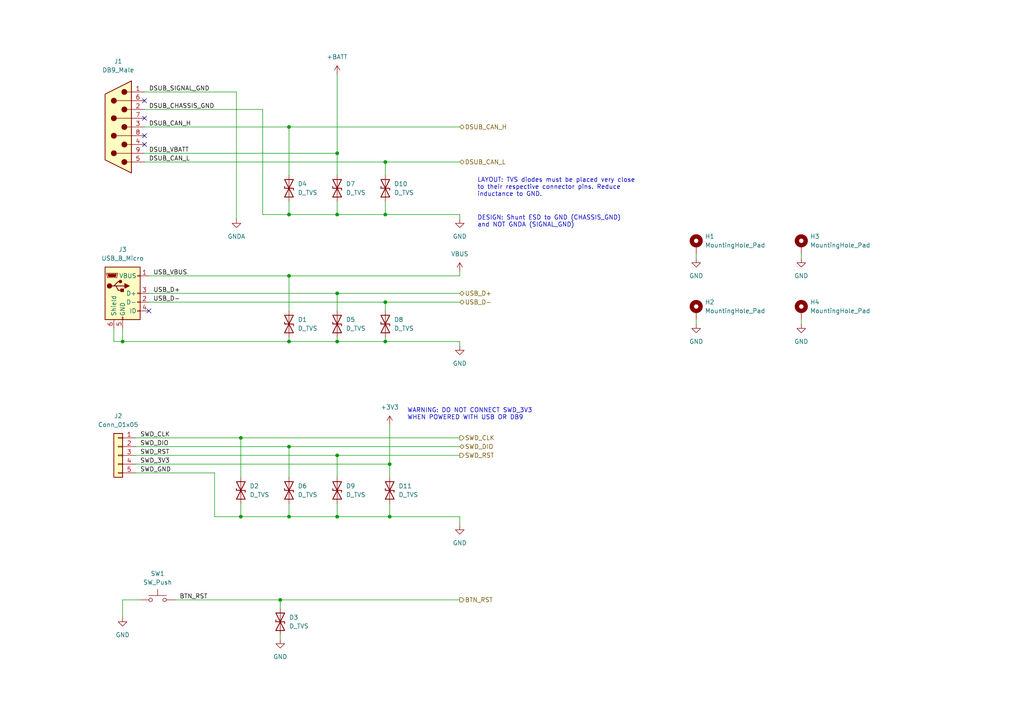
<source format=kicad_sch>
(kicad_sch (version 20211123) (generator eeschema)
  (paper "A4")
  (title_block (title "Car Logger") (date "2024-02-18") (rev "v1") (company "Johnny Cao"))
  (lib_symbols
    (symbol "Connector:DB9_Male" (pin_names (offset 1.016) hide)
      (property "Reference" "J" (at 0 13.97 0))
      (property "Value" "DB9_Male" (at 0 -14.605 0))
      (symbol "DB9_Male_0_1"
        (circle (center -1.778 -10.16) (radius 0.762) (fill (type outline)))
        (circle (center -1.778 -5.08) (radius 0.762) (fill (type outline)))
        (circle (center -1.778 0) (radius 0.762) (fill (type outline)))
        (circle (center -1.778 5.08) (radius 0.762) (fill (type outline)))
        (circle (center -1.778 10.16) (radius 0.762) (fill (type outline)))
        (polyline (pts (xy -3.81 -10.16) (xy -2.54 -10.16)))
        (polyline (pts (xy -3.81 -7.62) (xy 0.508 -7.62)))
        (polyline (pts (xy -3.81 -5.08) (xy -2.54 -5.08)))
        (polyline (pts (xy -3.81 -2.54) (xy 0.508 -2.54)))
        (polyline (pts (xy -3.81 0) (xy -2.54 0)))
        (polyline (pts (xy -3.81 2.54) (xy 0.508 2.54)))
        (polyline (pts (xy -3.81 5.08) (xy -2.54 5.08)))
        (polyline (pts (xy -3.81 7.62) (xy 0.508 7.62)))
        (polyline (pts (xy -3.81 10.16) (xy -2.54 10.16)))
        (polyline (pts (xy -3.81 -13.335) (xy -3.81 13.335) (xy 3.81 9.525) (xy 3.81 -9.525) (xy -3.81 -13.335)) (stroke (width 0.254)) (fill (type background)))
        (circle (center 1.27 -7.62) (radius 0.762) (fill (type outline)))
        (circle (center 1.27 -2.54) (radius 0.762) (fill (type outline)))
        (circle (center 1.27 2.54) (radius 0.762) (fill (type outline)))
        (circle (center 1.27 7.62) (radius 0.762) (fill (type outline)))
      )
      (symbol "DB9_Male_1_1"
        (pin passive line (at -7.62 -10.16 0) (length 3.81) (name "1") (number "1"))
        (pin passive line (at -7.62 -5.08 0) (length 3.81) (name "2") (number "2"))
        (pin passive line (at -7.62 0 0) (length 3.81) (name "3") (number "3"))
        (pin passive line (at -7.62 5.08 0) (length 3.81) (name "4") (number "4"))
        (pin passive line (at -7.62 10.16 0) (length 3.81) (name "5") (number "5"))
        (pin passive line (at -7.62 -7.62 0) (length 3.81) (name "6") (number "6"))
        (pin passive line (at -7.62 -2.54 0) (length 3.81) (name "7") (number "7"))
        (pin passive line (at -7.62 2.54 0) (length 3.81) (name "8") (number "8"))
        (pin passive line (at -7.62 7.62 0) (length 3.81) (name "9") (number "9"))
      )
    )
    (symbol "Connector:USB_B_Micro" (pin_names (offset 1.016))
      (property "Reference" "J" (at -5.08 11.43 0))
      (property "Value" "USB_B_Micro" (at -5.08 8.89 0))
      (symbol "USB_B_Micro_0_1"
        (rectangle (start -5.08 -7.62) (end 5.08 7.62) (stroke (width 0.254)) (fill (type background)))
        (circle (center -3.81 2.159) (radius 0.635) (stroke (width 0.254)) (fill (type outline)))
        (circle (center -0.635 3.429) (radius 0.381) (stroke (width 0.254)) (fill (type outline)))
        (rectangle (start -0.127 -7.62) (end 0.127 -6.858))
        (polyline (pts (xy -1.905 2.159) (xy 0.635 2.159)) (stroke (width 0.254)))
        (polyline (pts (xy -3.175 2.159) (xy -2.54 2.159) (xy -1.27 3.429) (xy -0.635 3.429)) (stroke (width 0.254)))
        (polyline (pts (xy -2.54 2.159) (xy -1.905 2.159) (xy -1.27 0.889) (xy 0 0.889)) (stroke (width 0.254)))
        (polyline (pts (xy 0.635 2.794) (xy 0.635 1.524) (xy 1.905 2.159) (xy 0.635 2.794)) (stroke (width 0.254)) (fill (type outline)))
        (polyline (pts (xy -4.318 5.588) (xy -1.778 5.588) (xy -2.032 4.826) (xy -4.064 4.826) (xy -4.318 5.588)) (fill (type outline)))
        (polyline (pts (xy -4.699 5.842) (xy -4.699 5.588) (xy -4.445 4.826) (xy -4.445 4.572) (xy -1.651 4.572) (xy -1.651 4.826) (xy -1.397 5.588) (xy -1.397 5.842) (xy -4.699 5.842)))
        (rectangle (start 0.254 1.27) (end -0.508 0.508) (stroke (width 0.254)) (fill (type outline)))
        (rectangle (start 5.08 -5.207) (end 4.318 -4.953))
        (rectangle (start 5.08 -2.667) (end 4.318 -2.413))
        (rectangle (start 5.08 -0.127) (end 4.318 0.127))
        (rectangle (start 5.08 4.953) (end 4.318 5.207))
      )
      (symbol "USB_B_Micro_1_1"
        (pin power_out line (at 7.62 5.08 180) (length 2.54) (name "VBUS") (number "1"))
        (pin bidirectional line (at 7.62 -2.54 180) (length 2.54) (name "D-") (number "2"))
        (pin bidirectional line (at 7.62 0 180) (length 2.54) (name "D+") (number "3"))
        (pin passive line (at 7.62 -5.08 180) (length 2.54) (name "ID") (number "4"))
        (pin power_out line (at 0 -10.16 90) (length 2.54) (name "GND") (number "5"))
        (pin passive line (at -2.54 -10.16 90) (length 2.54) (name "Shield") (number "6"))
      )
    )
    (symbol "Connector_Generic:Conn_01x05" (pin_names (offset 1.016) hide)
      (property "Reference" "J" (at 0 7.62 0))
      (property "Value" "Conn_01x05" (at 0 -7.62 0))
      (symbol "Conn_01x05_1_1"
        (rectangle (start -1.27 -4.953) (end 0 -5.207) (stroke (width 0.1524)))
        (rectangle (start -1.27 -2.413) (end 0 -2.667) (stroke (width 0.1524)))
        (rectangle (start -1.27 0.127) (end 0 -0.127) (stroke (width 0.1524)))
        (rectangle (start -1.27 2.667) (end 0 2.413) (stroke (width 0.1524)))
        (rectangle (start -1.27 5.207) (end 0 4.953) (stroke (width 0.1524)))
        (rectangle (start -1.27 6.35) (end 1.27 -6.35) (stroke (width 0.254)) (fill (type background)))
        (pin passive line (at -5.08 5.08 0) (length 3.81) (name "Pin_1") (number "1"))
        (pin passive line (at -5.08 2.54 0) (length 3.81) (name "Pin_2") (number "2"))
        (pin passive line (at -5.08 0 0) (length 3.81) (name "Pin_3") (number "3"))
        (pin passive line (at -5.08 -2.54 0) (length 3.81) (name "Pin_4") (number "4"))
        (pin passive line (at -5.08 -5.08 0) (length 3.81) (name "Pin_5") (number "5"))
      )
    )
    (symbol "Device:D_TVS" (pin_numbers hide) (pin_names (offset 1.016) hide)
      (property "Reference" "D" (at 0 2.54 0))
      (property "Value" "D_TVS" (at 0 -2.54 0))
      (symbol "D_TVS_0_1"
        (polyline (pts (xy 1.27 0) (xy -1.27 0)))
        (polyline (pts (xy 0.508 1.27) (xy 0 1.27) (xy 0 -1.27) (xy -0.508 -1.27)) (stroke (width 0.254)))
        (polyline (pts (xy -2.54 1.27) (xy -2.54 -1.27) (xy 2.54 1.27) (xy 2.54 -1.27) (xy -2.54 1.27)) (stroke (width 0.254)))
      )
      (symbol "D_TVS_1_1"
        (pin passive line (at -3.81 0 0) (length 2.54) (name "A1") (number "1"))
        (pin passive line (at 3.81 0 180) (length 2.54) (name "A2") (number "2"))
      )
    )
    (symbol "Mechanical:MountingHole_Pad" (pin_numbers hide) (pin_names (offset 1.016) hide)
      (property "Reference" "H" (at 0 6.35 0))
      (property "Value" "MountingHole_Pad" (at 0 4.445 0))
      (symbol "MountingHole_Pad_0_1"
        (circle (center 0 1.27) (radius 1.27) (stroke (width 1.27)))
      )
      (symbol "MountingHole_Pad_1_1"
        (pin input line (at 0 -2.54 90) (length 2.54) (name "1") (number "1"))
      )
    )
    (symbol "Switch:SW_Push" (pin_numbers hide) (pin_names (offset 1.016) hide)
      (property "Reference" "SW" (at 1.27 2.54 0))
      (property "Value" "SW_Push" (at 0 -1.524 0))
      (symbol "SW_Push_0_1"
        (circle (center -2.032 0) (radius 0.508))
        (polyline (pts (xy 0 1.27) (xy 0 3.048)))
        (polyline (pts (xy 2.54 1.27) (xy -2.54 1.27)))
        (circle (center 2.032 0) (radius 0.508))
        (pin passive line (at -5.08 0 0) (length 2.54) (name "1") (number "1"))
        (pin passive line (at 5.08 0 180) (length 2.54) (name "2") (number "2"))
      )
    )
    (symbol "power:+3V3" (power) (pin_names (offset 0))
      (property "Value" "+3V3" (at 0 3.556 0))
      (symbol "+3V3_0_1"
        (polyline (pts (xy -0.762 1.27) (xy 0 2.54)))
        (polyline (pts (xy 0 0) (xy 0 2.54)))
        (polyline (pts (xy 0 2.54) (xy 0.762 1.27)))
      )
      (symbol "+3V3_1_1"
        (pin power_in line (at 0 0 90) (length 0) hide (name "+3V3") (number "1"))
      )
    )
    (symbol "power:+BATT" (power) (pin_names (offset 0))
      (property "Value" "+BATT" (at 0 3.556 0))
      (symbol "+BATT_0_1"
        (polyline (pts (xy -0.762 1.27) (xy 0 2.54)))
        (polyline (pts (xy 0 0) (xy 0 2.54)))
        (polyline (pts (xy 0 2.54) (xy 0.762 1.27)))
      )
      (symbol "+BATT_1_1"
        (pin power_in line (at 0 0 90) (length 0) hide (name "+BATT") (number "1"))
      )
    )
    (symbol "power:GND" (power) (pin_names (offset 0))
      (property "Value" "GND" (at 0 -3.81 0))
      (symbol "GND_0_1"
        (polyline (pts (xy 0 0) (xy 0 -1.27) (xy 1.27 -1.27) (xy 0 -2.54) (xy -1.27 -1.27) (xy 0 -1.27)))
      )
      (symbol "GND_1_1"
        (pin power_in line (at 0 0 270) (length 0) hide (name "GND") (number "1"))
      )
    )
    (symbol "power:GNDA" (power) (pin_names (offset 0))
      (property "Value" "GNDA" (at 0 -3.81 0))
      (symbol "GNDA_0_1"
        (polyline (pts (xy 0 0) (xy 0 -1.27) (xy 1.27 -1.27) (xy 0 -2.54) (xy -1.27 -1.27) (xy 0 -1.27)))
      )
      (symbol "GNDA_1_1"
        (pin power_in line (at 0 0 270) (length 0) hide (name "GNDA") (number "1"))
      )
    )
    (symbol "power:VBUS" (power) (pin_names (offset 0))
      (property "Value" "VBUS" (at 0 3.81 0))
      (symbol "VBUS_0_1"
        (polyline (pts (xy -0.762 1.27) (xy 0 2.54)))
        (polyline (pts (xy 0 0) (xy 0 2.54)))
        (polyline (pts (xy 0 2.54) (xy 0.762 1.27)))
      )
      (symbol "VBUS_1_1"
        (pin power_in line (at 0 0 90) (length 0) hide (name "VBUS") (number "1"))
      )
    )
  )
  (junction (at 97.79 62.23))
  (junction (at 111.76 46.99))
  (junction (at 83.82 99.06))
  (junction (at 83.82 36.83))
  (junction (at 83.82 62.23))
  (junction (at 83.82 129.54))
  (junction (at 83.82 149.86))
  (junction (at 97.79 149.86))
  (junction (at 111.76 62.23))
  (junction (at 97.79 132.08))
  (junction (at 69.85 149.86))
  (junction (at 97.79 44.45))
  (junction (at 113.03 149.86))
  (junction (at 69.85 127))
  (junction (at 35.56 99.06))
  (junction (at 111.76 87.63))
  (junction (at 83.82 80.01))
  (junction (at 113.03 134.62))
  (junction (at 81.28 173.99))
  (junction (at 111.76 99.06))
  (junction (at 97.79 99.06))
  (junction (at 97.79 85.09))
  (no_connect (at 41.91 39.37))
  (no_connect (at 43.18 90.17))
  (no_connect (at 41.91 41.91))
  (no_connect (at 41.91 29.21))
  (no_connect (at 41.91 34.29))
  (wire (pts (xy 111.76 46.99) (xy 111.76 50.8)))
  (wire (pts (xy 97.79 85.09) (xy 97.79 90.17)))
  (wire (pts (xy 81.28 173.99) (xy 81.28 176.53)))
  (wire (pts (xy 83.82 80.01) (xy 83.82 90.17)))
  (wire (pts (xy 97.79 85.09) (xy 133.35 85.09)))
  (wire (pts (xy 39.37 129.54) (xy 83.82 129.54)))
  (wire (pts (xy 97.79 58.42) (xy 97.79 62.23)))
  (wire (pts (xy 41.91 36.83) (xy 83.82 36.83)))
  (wire (pts (xy 33.02 99.06) (xy 35.56 99.06)))
  (wire (pts (xy 81.28 173.99) (xy 133.35 173.99)))
  (wire (pts (xy 97.79 62.23) (xy 111.76 62.23)))
  (wire (pts (xy 69.85 127) (xy 133.35 127)))
  (wire (pts (xy 40.64 173.99) (xy 35.56 173.99)))
  (wire (pts (xy 33.02 95.25) (xy 33.02 99.06)))
  (wire (pts (xy 113.03 149.86) (xy 97.79 149.86)))
  (wire (pts (xy 133.35 99.06) (xy 133.35 100.33)))
  (wire (pts (xy 68.58 26.67) (xy 68.58 63.5)))
  (wire (pts (xy 83.82 149.86) (xy 69.85 149.86)))
  (wire (pts (xy 201.93 92.71) (xy 201.93 93.98)))
  (wire (pts (xy 111.76 90.17) (xy 111.76 87.63)))
  (wire (pts (xy 39.37 137.16) (xy 62.23 137.16)))
  (wire (pts (xy 111.76 46.99) (xy 133.35 46.99)))
  (wire (pts (xy 111.76 99.06) (xy 133.35 99.06)))
  (wire (pts (xy 35.56 99.06) (xy 83.82 99.06)))
  (wire (pts (xy 69.85 149.86) (xy 62.23 149.86)))
  (wire (pts (xy 35.56 173.99) (xy 35.56 179.07)))
  (wire (pts (xy 41.91 26.67) (xy 68.58 26.67)))
  (wire (pts (xy 83.82 36.83) (xy 133.35 36.83)))
  (wire (pts (xy 62.23 149.86) (xy 62.23 137.16)))
  (wire (pts (xy 97.79 44.45) (xy 97.79 50.8)))
  (wire (pts (xy 83.82 129.54) (xy 133.35 129.54)))
  (wire (pts (xy 69.85 146.05) (xy 69.85 149.86)))
  (wire (pts (xy 97.79 132.08) (xy 133.35 132.08)))
  (wire (pts (xy 43.18 87.63) (xy 111.76 87.63)))
  (wire (pts (xy 35.56 95.25) (xy 35.56 99.06)))
  (wire (pts (xy 41.91 31.75) (xy 76.2 31.75)))
  (wire (pts (xy 111.76 87.63) (xy 133.35 87.63)))
  (wire (pts (xy 97.79 132.08) (xy 97.79 138.43)))
  (wire (pts (xy 232.41 92.71) (xy 232.41 93.98)))
  (wire (pts (xy 39.37 127) (xy 69.85 127)))
  (wire (pts (xy 113.03 123.19) (xy 113.03 134.62)))
  (wire (pts (xy 97.79 21.59) (xy 97.79 44.45)))
  (wire (pts (xy 69.85 127) (xy 69.85 138.43)))
  (wire (pts (xy 232.41 73.66) (xy 232.41 74.93)))
  (wire (pts (xy 50.8 173.99) (xy 81.28 173.99)))
  (wire (pts (xy 83.82 36.83) (xy 83.82 50.8)))
  (wire (pts (xy 113.03 134.62) (xy 113.03 138.43)))
  (wire (pts (xy 76.2 62.23) (xy 83.82 62.23)))
  (wire (pts (xy 83.82 58.42) (xy 83.82 62.23)))
  (wire (pts (xy 133.35 62.23) (xy 133.35 63.5)))
  (wire (pts (xy 43.18 85.09) (xy 97.79 85.09)))
  (wire (pts (xy 83.82 146.05) (xy 83.82 149.86)))
  (wire (pts (xy 111.76 58.42) (xy 111.76 62.23)))
  (wire (pts (xy 201.93 73.66) (xy 201.93 74.93)))
  (wire (pts (xy 133.35 78.74) (xy 133.35 80.01)))
  (wire (pts (xy 81.28 184.15) (xy 81.28 185.42)))
  (wire (pts (xy 111.76 97.79) (xy 111.76 99.06)))
  (wire (pts (xy 97.79 99.06) (xy 111.76 99.06)))
  (wire (pts (xy 113.03 146.05) (xy 113.03 149.86)))
  (wire (pts (xy 97.79 97.79) (xy 97.79 99.06)))
  (wire (pts (xy 97.79 149.86) (xy 83.82 149.86)))
  (wire (pts (xy 97.79 44.45) (xy 41.91 44.45)))
  (wire (pts (xy 133.35 149.86) (xy 133.35 152.4)))
  (wire (pts (xy 76.2 31.75) (xy 76.2 62.23)))
  (wire (pts (xy 83.82 97.79) (xy 83.82 99.06)))
  (wire (pts (xy 83.82 99.06) (xy 97.79 99.06)))
  (wire (pts (xy 83.82 62.23) (xy 97.79 62.23)))
  (wire (pts (xy 83.82 80.01) (xy 133.35 80.01)))
  (wire (pts (xy 97.79 146.05) (xy 97.79 149.86)))
  (wire (pts (xy 111.76 62.23) (xy 133.35 62.23)))
  (wire (pts (xy 43.18 80.01) (xy 83.82 80.01)))
  (wire (pts (xy 39.37 134.62) (xy 113.03 134.62)))
  (wire (pts (xy 83.82 129.54) (xy 83.82 138.43)))
  (wire (pts (xy 41.91 46.99) (xy 111.76 46.99)))
  (wire (pts (xy 133.35 149.86) (xy 113.03 149.86)))
  (wire (pts (xy 39.37 132.08) (xy 97.79 132.08)))
  (text "DESIGN: Shunt ESD to GND (CHASSIS_GND)\nand NOT GNDA (SIGNAL_GND)" (at 138.43 66.04 0) (effects (font (size 1.27 1.27)) (justify left bottom)))
  (text "WARNING: DO NOT CONNECT SWD_3V3\nWHEN POWERED WITH USB OR DB9" (at 118.11 121.92 0) (effects (font (size 1.27 1.27)) (justify left bottom)))
  (text "LAYOUT: TVS diodes must be placed very close\nto their respective connector pins. Reduce\ninductance to GND." (at 138.43 57.15 0) (effects (font (size 1.27 1.27)) (justify left bottom)))
  (label "DSUB_CAN_H" (at 43.18 36.83 0))
  (label "SWD_GND" (at 40.64 137.16 0))
  (label "SWD_DIO" (at 40.6393 129.54 0))
  (label "DSUB_VBATT" (at 43.18 44.45 0))
  (label "DSUB_SIGNAL_GND" (at 43.18 26.67 0))
  (label "DSUB_CAN_L" (at 43.18 46.99 0))
  (label "SWD_RST" (at 40.64 132.08 0))
  (label "BTN_RST" (at 52.07 173.99 0))
  (label "USB_D-" (at 44.45 87.63 0))
  (label "USB_D+" (at 44.45 85.09 0))
  (label "DSUB_CHASSIS_GND" (at 43.18 31.75 0))
  (label "SWD_3V3" (at 40.64 134.62 0))
  (label "SWD_CLK" (at 40.64 127 0))
  (label "USB_VBUS" (at 44.45 80.01 0))
  (hierarchical_label "SWD_CLK" (shape output) (at 133.35 127 0))
  (hierarchical_label "BTN_RST" (shape output) (at 133.35 173.99 0))
  (hierarchical_label "DSUB_CAN_L" (shape bidirectional) (at 133.35 46.99 0))
  (hierarchical_label "USB_D+" (shape bidirectional) (at 133.35 85.09 0))
  (hierarchical_label "DSUB_CAN_H" (shape bidirectional) (at 133.35 36.83 0))
  (hierarchical_label "SWD_RST" (shape output) (at 133.35 132.08 0))
  (hierarchical_label "USB_D-" (shape bidirectional) (at 133.35 87.63 0))
  (hierarchical_label "SWD_DIO" (shape bidirectional) (at 133.35 129.54 0))
  (symbol (lib_id "Device:D_TVS") (at 83.82 54.61 90) (unit 1)
    (property "Reference" "D4" (at 86.36 53.3399 90) (effects (justify right)))
    (property "Value" "D_TVS" (at 86.36 55.8799 90) (effects (justify right)))
    (property "Footprint" "Diode_SMD:D_SOD-323" (effects hide))
  )
  (symbol (lib_id "Device:D_TVS") (at 97.79 54.61 90) (unit 1)
    (property "Reference" "D7" (at 100.33 53.3399 90) (effects (justify right)))
    (property "Value" "D_TVS" (at 100.33 55.8799 90) (effects (justify right)))
    (property "Footprint" "Diode_SMD:D_SOD-323" (effects hide))
  )
  (symbol (lib_id "Connector:USB_B_Micro") (at 35.56 85.09 0) (unit 1)
    (property "Reference" "J3" (at 35.56 72.39 0))
    (property "Value" "USB_B_Micro" (at 35.56 74.93 0))
    (property "Footprint" "Connector_USB:USB_Micro-B_Wuerth_629105150521_CircularHoles" (effects hide))
  )
  (symbol (lib_id "Device:D_TVS") (at 83.82 142.24 90) (unit 1)
    (property "Reference" "D6" (at 86.36 140.9699 90) (effects (justify right)))
    (property "Value" "D_TVS" (at 86.36 143.5099 90) (effects (justify right)))
    (property "Footprint" "Diode_SMD:D_SOD-323" (effects hide))
  )
  (symbol (lib_id "Device:D_TVS") (at 97.79 93.98 90) (unit 1)
    (property "Reference" "D5" (at 100.33 92.7099 90) (effects (justify right)))
    (property "Value" "D_TVS" (at 100.33 95.2499 90) (effects (justify right)))
    (property "Footprint" "Diode_SMD:D_SOD-323" (effects hide))
  )
  (symbol (lib_id "Mechanical:MountingHole_Pad") (at 201.93 71.12 0) (unit 1)
    (property "Reference" "H1" (at 204.47 68.5799 0) (effects (justify left)))
    (property "Value" "MountingHole_Pad" (at 204.47 71.1199 0) (effects (justify left)))
    (property "Footprint" "MountingHole:MountingHole_2.2mm_M2_Pad_Via" (effects hide))
  )
  (symbol (lib_id "power:GND") (at 35.56 179.07 0) (unit 1)
    (property "Reference" "#PWR0112" (effects hide))
    (property "Value" "GND" (at 35.56 184.15 0))
  )
  (symbol (lib_id "Device:D_TVS") (at 69.85 142.24 90) (unit 1)
    (property "Reference" "D2" (at 72.39 140.9699 90) (effects (justify right)))
    (property "Value" "D_TVS" (at 72.39 143.5099 90) (effects (justify right)))
    (property "Footprint" "Diode_SMD:D_SOD-323" (effects hide))
  )
  (symbol (lib_id "Device:D_TVS") (at 111.76 54.61 90) (unit 1)
    (property "Reference" "D10" (at 114.3 53.3399 90) (effects (justify right)))
    (property "Value" "D_TVS" (at 114.3 55.8799 90) (effects (justify right)))
    (property "Footprint" "Diode_SMD:D_SOD-323" (effects hide))
  )
  (symbol (lib_id "Device:D_TVS") (at 111.76 93.98 90) (unit 1)
    (property "Reference" "D8" (at 114.3 92.7099 90) (effects (justify right)))
    (property "Value" "D_TVS" (at 114.3 95.2499 90) (effects (justify right)))
    (property "Footprint" "Diode_SMD:D_SOD-323" (effects hide))
  )
  (symbol (lib_id "Mechanical:MountingHole_Pad") (at 232.41 71.12 0) (unit 1)
    (property "Reference" "H3" (at 234.95 68.5799 0) (effects (justify left)))
    (property "Value" "MountingHole_Pad" (at 234.95 71.1199 0) (effects (justify left)))
    (property "Footprint" "MountingHole:MountingHole_2.2mm_M2_Pad_Via" (effects hide))
  )
  (symbol (lib_id "Device:D_TVS") (at 97.79 142.24 90) (unit 1)
    (property "Reference" "D9" (at 100.33 140.9699 90) (effects (justify right)))
    (property "Value" "D_TVS" (at 100.33 143.5099 90) (effects (justify right)))
    (property "Footprint" "Diode_SMD:D_SOD-323" (effects hide))
  )
  (symbol (lib_id "power:GND") (at 201.93 74.93 0) (unit 1)
    (property "Reference" "#PWR0105" (effects hide))
    (property "Value" "GND" (at 201.93 80.01 0))
  )
  (symbol (lib_id "power:GND") (at 232.41 74.93 0) (unit 1)
    (property "Reference" "#PWR0107" (effects hide))
    (property "Value" "GND" (at 232.41 80.01 0))
  )
  (symbol (lib_id "Connector_Generic:Conn_01x05") (at 34.29 132.08 0) (mirror y) (unit 1)
    (property "Reference" "J2" (at 34.29 120.65 0))
    (property "Value" "Conn_01x05" (at 34.29 123.19 0))
    (property "Footprint" "Connector_PinHeader_2.54mm:PinHeader_1x05_P2.54mm_Vertical" (effects hide))
  )
  (symbol (lib_id "Switch:SW_Push") (at 45.72 173.99 0) (unit 1)
    (property "Reference" "SW1" (at 45.72 166.37 0))
    (property "Value" "SW_Push" (at 45.72 168.91 0))
    (property "Footprint" "Button_Switch_SMD:SW_Push_1P1T_NO_6x6mm_H9.5mm" (effects hide))
  )
  (symbol (lib_id "power:+BATT") (at 97.79 21.59 0) (unit 1)
    (property "Reference" "#PWR0101" (effects hide))
    (property "Value" "+BATT" (at 97.79 16.51 0))
  )
  (symbol (lib_id "power:GND") (at 133.35 100.33 0) (unit 1)
    (property "Reference" "#PWR0102" (effects hide))
    (property "Value" "GND" (at 133.35 105.41 0))
  )
  (symbol (lib_id "Mechanical:MountingHole_Pad") (at 201.93 90.17 0) (unit 1)
    (property "Reference" "H2" (at 204.47 87.6299 0) (effects (justify left)))
    (property "Value" "MountingHole_Pad" (at 204.47 90.1699 0) (effects (justify left)))
    (property "Footprint" "MountingHole:MountingHole_2.2mm_M2_Pad_Via" (effects hide))
  )
  (symbol (lib_id "power:GND") (at 81.28 185.42 0) (unit 1)
    (property "Reference" "#PWR0113" (effects hide))
    (property "Value" "GND" (at 81.28 190.5 0))
  )
  (symbol (lib_id "power:+3V3") (at 113.03 123.19 0) (unit 1)
    (property "Reference" "#PWR0114" (effects hide))
    (property "Value" "+3V3" (at 113.03 118.11 0))
  )
  (symbol (lib_id "power:GND") (at 133.35 152.4 0) (unit 1)
    (property "Reference" "#PWR0110" (effects hide))
    (property "Value" "GND" (at 133.35 157.48 0))
  )
  (symbol (lib_id "Mechanical:MountingHole_Pad") (at 232.41 90.17 0) (unit 1)
    (property "Reference" "H4" (at 234.95 87.6299 0) (effects (justify left)))
    (property "Value" "MountingHole_Pad" (at 234.95 90.1699 0) (effects (justify left)))
    (property "Footprint" "MountingHole:MountingHole_2.2mm_M2_Pad_Via" (effects hide))
  )
  (symbol (lib_id "power:GNDA") (at 68.58 63.5 0) (unit 1)
    (property "Reference" "#PWR0109" (effects hide))
    (property "Value" "GNDA" (at 68.58 68.58 0))
  )
  (symbol (lib_id "power:GND") (at 201.93 93.98 0) (unit 1)
    (property "Reference" "#PWR0106" (effects hide))
    (property "Value" "GND" (at 201.93 99.06 0))
  )
  (symbol (lib_id "Device:D_TVS") (at 113.03 142.24 90) (unit 1)
    (property "Reference" "D11" (at 115.57 140.9699 90) (effects (justify right)))
    (property "Value" "D_TVS" (at 115.57 143.5099 90) (effects (justify right)))
    (property "Footprint" "Diode_SMD:D_SOD-323" (effects hide))
  )
  (symbol (lib_id "power:GND") (at 232.41 93.98 0) (unit 1)
    (property "Reference" "#PWR0108" (effects hide))
    (property "Value" "GND" (at 232.41 99.06 0))
  )
  (symbol (lib_id "Device:D_TVS") (at 81.28 180.34 90) (unit 1)
    (property "Reference" "D3" (at 83.82 179.0699 90) (effects (justify right)))
    (property "Value" "D_TVS" (at 83.82 181.6099 90) (effects (justify right)))
    (property "Footprint" "Diode_SMD:D_SOD-323" (effects hide))
  )
  (symbol (lib_id "power:VBUS") (at 133.35 78.74 0) (unit 1)
    (property "Reference" "#PWR0103" (effects hide))
    (property "Value" "VBUS" (at 133.35 73.66 0))
  )
  (symbol (lib_id "power:GND") (at 133.35 63.5 0) (unit 1)
    (property "Reference" "#PWR0104" (effects hide))
    (property "Value" "GND" (at 133.35 68.58 0))
  )
  (symbol (lib_id "Connector:DB9_Male") (at 34.29 36.83 180) (unit 1)
    (property "Reference" "J1" (at 34.29 17.78 0))
    (property "Value" "DB9_Male" (at 34.29 20.32 0))
    (property "Footprint" "Connector_Dsub:DSUB-9_Male_Vertical_P2.77x2.84mm_MountingHoles" (effects hide))
    (property "Datasheet" " ~" (effects hide))
  )
  (symbol (lib_id "Device:D_TVS") (at 83.82 93.98 90) (unit 1)
    (property "Reference" "D1" (at 86.36 92.7099 90) (effects (justify right)))
    (property "Value" "D_TVS" (at 86.36 95.2499 90) (effects (justify right)))
    (property "Footprint" "Diode_SMD:D_SOD-323" (effects hide))
  )
)
</source>
